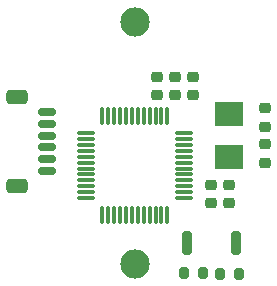
<source format=gbs>
G04 #@! TF.GenerationSoftware,KiCad,Pcbnew,7.0.2*
G04 #@! TF.CreationDate,2024-10-17T18:39:25+08:00*
G04 #@! TF.ProjectId,blinker,626c696e-6b65-4722-9e6b-696361645f70,rev?*
G04 #@! TF.SameCoordinates,Original*
G04 #@! TF.FileFunction,Soldermask,Bot*
G04 #@! TF.FilePolarity,Negative*
%FSLAX46Y46*%
G04 Gerber Fmt 4.6, Leading zero omitted, Abs format (unit mm)*
G04 Created by KiCad (PCBNEW 7.0.2) date 2024-10-17 18:39:25*
%MOMM*%
%LPD*%
G01*
G04 APERTURE LIST*
G04 Aperture macros list*
%AMRoundRect*
0 Rectangle with rounded corners*
0 $1 Rounding radius*
0 $2 $3 $4 $5 $6 $7 $8 $9 X,Y pos of 4 corners*
0 Add a 4 corners polygon primitive as box body*
4,1,4,$2,$3,$4,$5,$6,$7,$8,$9,$2,$3,0*
0 Add four circle primitives for the rounded corners*
1,1,$1+$1,$2,$3*
1,1,$1+$1,$4,$5*
1,1,$1+$1,$6,$7*
1,1,$1+$1,$8,$9*
0 Add four rect primitives between the rounded corners*
20,1,$1+$1,$2,$3,$4,$5,0*
20,1,$1+$1,$4,$5,$6,$7,0*
20,1,$1+$1,$6,$7,$8,$9,0*
20,1,$1+$1,$8,$9,$2,$3,0*%
G04 Aperture macros list end*
%ADD10R,2.400000X2.000000*%
%ADD11RoundRect,0.075000X0.075000X0.662500X-0.075000X0.662500X-0.075000X-0.662500X0.075000X-0.662500X0*%
%ADD12RoundRect,0.075000X0.662500X0.075000X-0.662500X0.075000X-0.662500X-0.075000X0.662500X-0.075000X0*%
%ADD13C,2.484000*%
%ADD14RoundRect,0.200000X-0.200000X-0.800000X0.200000X-0.800000X0.200000X0.800000X-0.200000X0.800000X0*%
%ADD15RoundRect,0.200000X-0.200000X-0.275000X0.200000X-0.275000X0.200000X0.275000X-0.200000X0.275000X0*%
%ADD16RoundRect,0.250000X-0.650000X0.350000X-0.650000X-0.350000X0.650000X-0.350000X0.650000X0.350000X0*%
%ADD17RoundRect,0.150000X-0.625000X0.150000X-0.625000X-0.150000X0.625000X-0.150000X0.625000X0.150000X0*%
%ADD18RoundRect,0.225000X0.250000X-0.225000X0.250000X0.225000X-0.250000X0.225000X-0.250000X-0.225000X0*%
%ADD19RoundRect,0.225000X-0.250000X0.225000X-0.250000X-0.225000X0.250000X-0.225000X0.250000X0.225000X0*%
G04 APERTURE END LIST*
D10*
X61976000Y-45538000D03*
X61976000Y-41838000D03*
D11*
X56725000Y-42065500D03*
X56225000Y-42065500D03*
X55725000Y-42065500D03*
X55225000Y-42065500D03*
X54725000Y-42065500D03*
X54225000Y-42065500D03*
X53725000Y-42065500D03*
X53225000Y-42065500D03*
X52725000Y-42065500D03*
X52225000Y-42065500D03*
X51725000Y-42065500D03*
X51225000Y-42065500D03*
D12*
X49812500Y-43478000D03*
X49812500Y-43978000D03*
X49812500Y-44478000D03*
X49812500Y-44978000D03*
X49812500Y-45478000D03*
X49812500Y-45978000D03*
X49812500Y-46478000D03*
X49812500Y-46978000D03*
X49812500Y-47478000D03*
X49812500Y-47978000D03*
X49812500Y-48478000D03*
X49812500Y-48978000D03*
D11*
X51225000Y-50390500D03*
X51725000Y-50390500D03*
X52225000Y-50390500D03*
X52725000Y-50390500D03*
X53225000Y-50390500D03*
X53725000Y-50390500D03*
X54225000Y-50390500D03*
X54725000Y-50390500D03*
X55225000Y-50390500D03*
X55725000Y-50390500D03*
X56225000Y-50390500D03*
X56725000Y-50390500D03*
D12*
X58137500Y-48978000D03*
X58137500Y-48478000D03*
X58137500Y-47978000D03*
X58137500Y-47478000D03*
X58137500Y-46978000D03*
X58137500Y-46478000D03*
X58137500Y-45978000D03*
X58137500Y-45478000D03*
X58137500Y-44978000D03*
X58137500Y-44478000D03*
X58137500Y-43978000D03*
X58137500Y-43478000D03*
D13*
X54000000Y-34052800D03*
X54000000Y-54542800D03*
D14*
X58352000Y-52816000D03*
X62552000Y-52816000D03*
D15*
X61151000Y-55372000D03*
X62801000Y-55372000D03*
X58103000Y-55356000D03*
X59753000Y-55356000D03*
D16*
X44012000Y-40396000D03*
X44012000Y-47996000D03*
D17*
X46537000Y-46696000D03*
X46537000Y-45696000D03*
X46537000Y-44696000D03*
X46537000Y-43696000D03*
X46537000Y-42696000D03*
X46537000Y-41696000D03*
D18*
X58928000Y-38722000D03*
X58928000Y-40272000D03*
X57404000Y-38722000D03*
X57404000Y-40272000D03*
X55880000Y-40272000D03*
X55880000Y-38722000D03*
D19*
X60452000Y-49416000D03*
X60452000Y-47866000D03*
X61976000Y-47866000D03*
X61976000Y-49416000D03*
X65024000Y-45987000D03*
X65024000Y-44437000D03*
D18*
X65024000Y-42939000D03*
X65024000Y-41389000D03*
M02*

</source>
